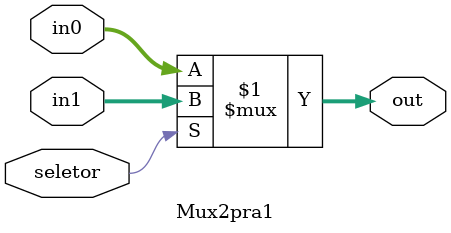
<source format=v>
module Mux2pra1(
    input wire [31:0] in0,    // Entrada 0
    input wire [31:0] in1,    // Entrada 1
    input wire seletor,       // Seletor
    output wire [31:0] out    // Saída
);

    assign out = (seletor) ? in1 : in0;  // Seleciona in0 se seletor = 0 e seleciona in1 se seletor = 1

endmodule
</source>
